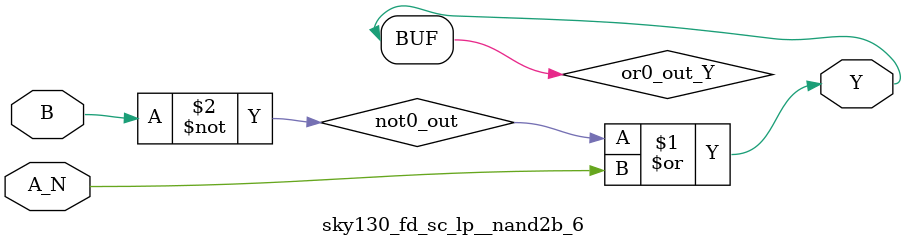
<source format=v>
module sky130_fd_sc_lp__nand2b_6 (
    Y  ,
    A_N,
    B
);
    output Y  ;
    input  A_N;
    input  B  ;
    wire not0_out ;
    wire or0_out_Y;
    not not0 (not0_out , B              );
    or  or0  (or0_out_Y, not0_out, A_N  );
    buf buf0 (Y        , or0_out_Y      );
endmodule
</source>
